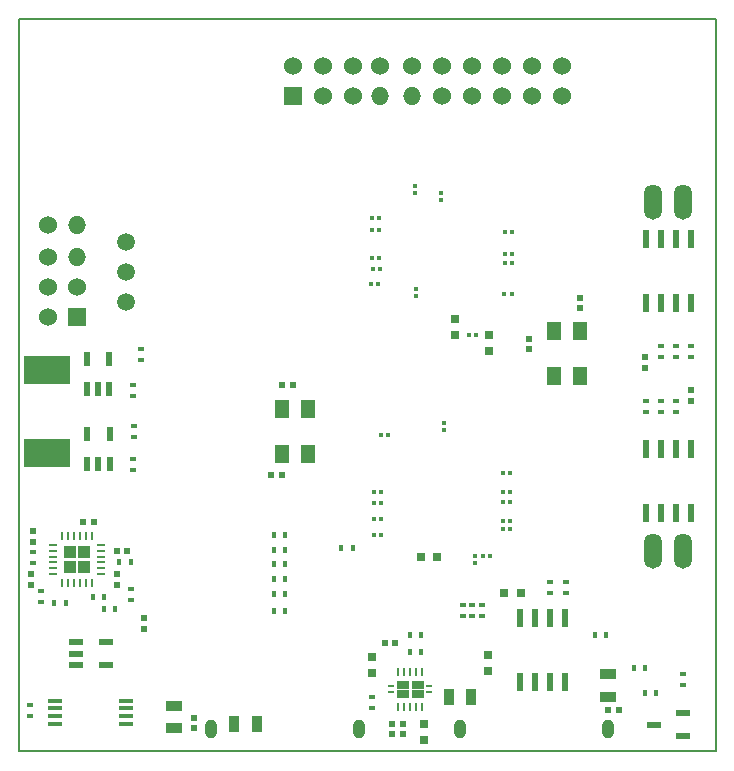
<source format=gbp>
G04 (created by PCBNEW (2013-03-19 BZR 4004)-stable) date 5/31/2013 11:48:04 AM*
%MOIN*%
G04 Gerber Fmt 3.4, Leading zero omitted, Abs format*
%FSLAX34Y34*%
G01*
G70*
G90*
G04 APERTURE LIST*
%ADD10C,0.006*%
%ADD11C,0.00787402*%
%ADD12O,0.06X0.06*%
%ADD13C,0.06*%
%ADD14R,0.06X0.06*%
%ADD15R,0.0472X0.0137*%
%ADD16R,0.0472X0.0138*%
%ADD17R,0.0511811X0.019685*%
%ADD18R,0.0236X0.0590551*%
%ADD19O,0.0413386X0.0629921*%
%ADD20R,0.0472441X0.0590551*%
%ADD21R,0.0551X0.0354*%
%ADD22R,0.0354X0.0551*%
%ADD23R,0.0195X0.0175*%
%ADD24R,0.0175X0.0195*%
%ADD25R,0.0314X0.0275*%
%ADD26R,0.0275X0.0314*%
%ADD27R,0.0195X0.0195*%
%ADD28R,0.015748X0.015748*%
%ADD29R,0.0236X0.0472*%
%ADD30O,0.0098X0.0275591*%
%ADD31O,0.0275591X0.0098*%
%ADD32R,0.0394X0.0394*%
%ADD33R,0.0472X0.0236*%
%ADD34R,0.019685X0.0102362*%
%ADD35R,0.0413386X0.0267717*%
%ADD36R,0.00905512X0.0314961*%
%ADD37R,0.157126X0.097126*%
%ADD38C,0.0590551*%
%ADD39O,0.06X0.1179*%
G04 APERTURE END LIST*
G54D10*
G54D11*
X43307Y-26771D02*
X43307Y-51181D01*
X66535Y-26771D02*
X43307Y-26771D01*
X66535Y-51181D02*
X43307Y-51181D01*
X66535Y-51181D02*
X66535Y-26771D01*
G54D12*
X45255Y-33633D03*
G54D13*
X44271Y-33633D03*
G54D14*
X45255Y-36688D03*
G54D13*
X44271Y-36688D03*
X44271Y-34704D03*
G54D12*
X45255Y-34704D03*
G54D13*
X44271Y-35688D03*
X45255Y-35688D03*
G54D15*
X44516Y-50260D03*
G54D16*
X44515Y-50004D03*
X44515Y-49748D03*
X44515Y-49492D03*
G54D15*
X46878Y-50260D03*
G54D16*
X46878Y-50004D03*
X46878Y-49748D03*
X46878Y-49492D03*
G54D17*
X65444Y-49911D03*
X65444Y-50659D03*
X64476Y-50285D03*
G54D18*
X64210Y-34098D03*
X64710Y-34098D03*
X65210Y-34098D03*
X65710Y-34098D03*
X65710Y-36224D03*
X65210Y-36224D03*
X64710Y-36224D03*
X64210Y-36224D03*
X61533Y-48854D03*
X61033Y-48854D03*
X60533Y-48854D03*
X60033Y-48854D03*
X60033Y-46728D03*
X60533Y-46728D03*
X61033Y-46728D03*
X61533Y-46728D03*
G54D19*
X58011Y-50423D03*
X62952Y-50423D03*
X49704Y-50423D03*
X54645Y-50423D03*
G54D20*
X62007Y-38673D03*
X62007Y-37177D03*
X61141Y-37177D03*
X61141Y-38673D03*
X52078Y-39767D03*
X52078Y-41263D03*
X52944Y-41263D03*
X52944Y-39767D03*
G54D21*
X48500Y-49664D03*
X48500Y-50414D03*
G54D22*
X58386Y-49370D03*
X57636Y-49370D03*
G54D21*
X62952Y-48601D03*
X62952Y-49351D03*
G54D22*
X50491Y-50275D03*
X51241Y-50275D03*
G54D23*
X55078Y-49732D03*
X55078Y-49362D03*
G54D24*
X56358Y-47866D03*
X56728Y-47866D03*
X56728Y-47299D03*
X56358Y-47299D03*
G54D23*
X61535Y-45893D03*
X61535Y-45523D03*
X65206Y-37659D03*
X65206Y-38029D03*
X65708Y-37659D03*
X65708Y-38029D03*
X64714Y-37659D03*
X64714Y-38029D03*
X58425Y-46681D03*
X58425Y-46311D03*
G54D24*
X54066Y-44409D03*
X54436Y-44409D03*
G54D23*
X47047Y-46129D03*
X47047Y-45759D03*
X43799Y-44519D03*
X43799Y-44889D03*
G54D24*
X46149Y-46043D03*
X45779Y-46043D03*
G54D23*
X44035Y-46188D03*
X44035Y-45818D03*
G54D24*
X44870Y-46240D03*
X44500Y-46240D03*
X46157Y-46437D03*
X46527Y-46437D03*
G54D23*
X43669Y-50003D03*
X43669Y-49633D03*
G54D24*
X52173Y-46515D03*
X51803Y-46515D03*
X52173Y-43976D03*
X51803Y-43976D03*
G54D23*
X47122Y-39330D03*
X47122Y-38960D03*
X47133Y-41787D03*
X47133Y-41417D03*
X47145Y-40708D03*
X47145Y-40338D03*
X47397Y-38125D03*
X47397Y-37755D03*
G54D24*
X46665Y-44881D03*
X47035Y-44881D03*
G54D23*
X65452Y-48964D03*
X65452Y-48594D03*
G54D24*
X64543Y-49236D03*
X64173Y-49236D03*
X64181Y-48405D03*
X63811Y-48405D03*
X62901Y-47283D03*
X62531Y-47283D03*
G54D23*
X61023Y-45893D03*
X61023Y-45523D03*
X58740Y-46681D03*
X58740Y-46311D03*
X64704Y-39858D03*
X64704Y-39488D03*
X65212Y-39858D03*
X65212Y-39488D03*
X64208Y-39858D03*
X64208Y-39488D03*
X58110Y-46681D03*
X58110Y-46311D03*
G54D25*
X58937Y-48503D03*
X58937Y-47952D03*
X56830Y-50255D03*
X56830Y-50807D03*
G54D26*
X57267Y-44700D03*
X56716Y-44700D03*
G54D25*
X57862Y-36751D03*
X57862Y-37303D03*
X58976Y-37283D03*
X58976Y-37834D03*
G54D27*
X43720Y-45275D03*
X43720Y-45629D03*
X43799Y-44192D03*
X43799Y-43838D03*
X65716Y-39484D03*
X65716Y-39130D03*
X45452Y-43523D03*
X45806Y-43523D03*
X49153Y-50059D03*
X49153Y-50413D03*
X46574Y-44488D03*
X46928Y-44488D03*
X64192Y-38031D03*
X64192Y-38385D03*
X46574Y-45275D03*
X46574Y-45629D03*
X47480Y-47086D03*
X47480Y-46732D03*
X56122Y-50256D03*
X56122Y-50610D03*
X63306Y-49803D03*
X62952Y-49803D03*
X55767Y-50256D03*
X55767Y-50610D03*
X55865Y-47559D03*
X55511Y-47559D03*
G54D28*
X59448Y-41889D03*
X59685Y-41889D03*
X59527Y-33858D03*
X59763Y-33858D03*
X55393Y-42519D03*
X55157Y-42519D03*
X55326Y-34736D03*
X55090Y-34736D03*
X59448Y-43484D03*
X59685Y-43484D03*
X55314Y-33799D03*
X55078Y-33799D03*
X55354Y-35090D03*
X55118Y-35090D03*
X55629Y-40629D03*
X55393Y-40629D03*
X56515Y-32555D03*
X56515Y-32318D03*
X59448Y-43779D03*
X59685Y-43779D03*
X59500Y-35929D03*
X59736Y-35929D03*
X55275Y-35590D03*
X55039Y-35590D03*
X55393Y-43425D03*
X55157Y-43425D03*
X58559Y-37283D03*
X58322Y-37283D03*
X58503Y-44665D03*
X58503Y-44901D03*
X58771Y-44665D03*
X59007Y-44665D03*
X55314Y-33415D03*
X55078Y-33415D03*
X55393Y-42913D03*
X55157Y-42913D03*
X57393Y-32807D03*
X57393Y-32570D03*
X59448Y-42874D03*
X59685Y-42874D03*
X59503Y-34893D03*
X59740Y-34893D03*
X59448Y-42519D03*
X59685Y-42519D03*
X57480Y-40472D03*
X57480Y-40236D03*
X59503Y-34590D03*
X59740Y-34590D03*
X55393Y-43976D03*
X55157Y-43976D03*
X56564Y-35767D03*
X56564Y-36003D03*
G54D29*
X46335Y-41610D03*
X45585Y-41610D03*
X46335Y-40610D03*
X45960Y-41610D03*
X45585Y-40610D03*
X46327Y-39090D03*
X45577Y-39090D03*
X46327Y-38090D03*
X45952Y-39090D03*
X45577Y-38090D03*
G54D24*
X52173Y-44921D03*
X51803Y-44921D03*
X52173Y-45433D03*
X51803Y-45433D03*
X52173Y-44468D03*
X51803Y-44468D03*
X52173Y-45944D03*
X51803Y-45944D03*
G54D30*
X45747Y-45570D03*
X45550Y-45570D03*
X45353Y-45570D03*
X45157Y-45570D03*
X44960Y-45570D03*
X44763Y-45570D03*
G54D31*
X44468Y-45275D03*
X44468Y-45078D03*
X44468Y-44881D03*
X44468Y-44685D03*
X44468Y-44488D03*
X44468Y-44291D03*
G54D30*
X44763Y-43996D03*
X44960Y-43996D03*
X45157Y-43996D03*
X45353Y-43996D03*
X45550Y-43996D03*
X45747Y-43996D03*
G54D31*
X46042Y-44291D03*
X46042Y-44488D03*
X46042Y-44685D03*
X46042Y-44881D03*
X46042Y-45078D03*
X46042Y-45275D03*
G54D32*
X45019Y-44547D03*
X45019Y-45019D03*
X45491Y-44547D03*
X45491Y-45019D03*
G54D18*
X65710Y-43236D03*
X65210Y-43236D03*
X64710Y-43236D03*
X64210Y-43236D03*
X64210Y-41110D03*
X64710Y-41110D03*
X65210Y-41110D03*
X65710Y-41110D03*
G54D25*
X55078Y-48582D03*
X55078Y-48031D03*
G54D26*
X60039Y-45905D03*
X59488Y-45905D03*
G54D27*
X52086Y-38956D03*
X52440Y-38956D03*
X60303Y-37417D03*
X60303Y-37771D03*
X62011Y-36055D03*
X62011Y-36409D03*
X51732Y-41968D03*
X52086Y-41968D03*
G54D33*
X45208Y-48296D03*
X45208Y-47546D03*
X46208Y-48296D03*
X45208Y-47921D03*
X46208Y-47546D03*
G54D34*
X57000Y-49212D03*
X57000Y-49015D03*
X55716Y-49015D03*
X55716Y-49212D03*
G54D35*
X56614Y-48956D03*
X56102Y-48956D03*
X56102Y-49271D03*
X56614Y-49271D03*
G54D36*
X55964Y-48533D03*
X55964Y-49694D03*
X56751Y-48533D03*
X56555Y-48533D03*
X56358Y-48533D03*
X56161Y-48533D03*
X56161Y-49694D03*
X56358Y-49694D03*
X56555Y-49694D03*
X56751Y-49694D03*
G54D37*
X44238Y-41218D03*
X44238Y-38466D03*
G54D38*
X46889Y-35196D03*
X46889Y-34196D03*
X46889Y-36196D03*
G54D39*
X64460Y-44488D03*
X65459Y-44488D03*
X65460Y-32874D03*
X64461Y-32874D03*
G54D13*
X53437Y-29318D03*
X53437Y-28318D03*
G54D14*
X52437Y-29318D03*
G54D13*
X52437Y-28318D03*
X54437Y-28318D03*
X54437Y-29318D03*
X61421Y-28318D03*
X59421Y-28318D03*
X60421Y-28318D03*
X60421Y-29318D03*
X59421Y-29318D03*
X58421Y-29318D03*
G54D12*
X55366Y-29318D03*
G54D13*
X55366Y-28318D03*
X61421Y-29318D03*
X58421Y-28318D03*
X56429Y-28318D03*
G54D12*
X56429Y-29318D03*
G54D13*
X57429Y-28318D03*
X57429Y-29318D03*
M02*

</source>
